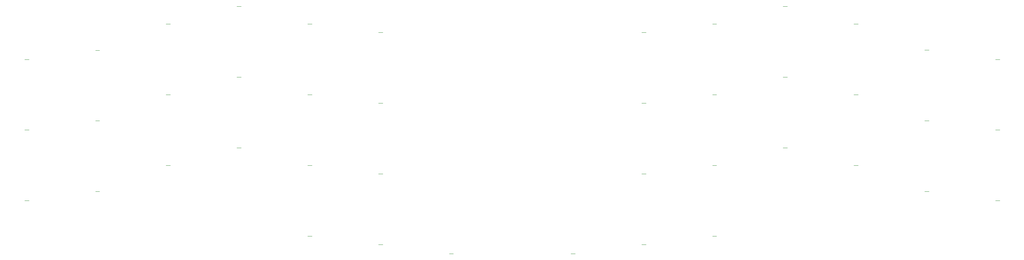
<source format=gbr>
%TF.GenerationSoftware,KiCad,Pcbnew,9.0.1*%
%TF.CreationDate,2025-04-16T23:21:15+03:00*%
%TF.ProjectId,turfing,74757266-696e-4672-9e6b-696361645f70,rev?*%
%TF.SameCoordinates,Original*%
%TF.FileFunction,Legend,Bot*%
%TF.FilePolarity,Positive*%
%FSLAX46Y46*%
G04 Gerber Fmt 4.6, Leading zero omitted, Abs format (unit mm)*
G04 Created by KiCad (PCBNEW 9.0.1) date 2025-04-16 23:21:15*
%MOMM*%
%LPD*%
G01*
G04 APERTURE LIST*
%ADD10C,0.100000*%
G04 APERTURE END LIST*
D10*
%TO.C,D31*%
X222952400Y-86125100D02*
X223952400Y-86125100D01*
%TO.C,D1*%
X108700000Y-71150100D02*
X109700000Y-71150100D01*
%TO.C,D32*%
X239952400Y-92425100D02*
X240952400Y-92425100D01*
%TO.C,D17*%
X40702400Y-109425100D02*
X41702400Y-109425100D01*
%TO.C,D10*%
X57700000Y-86125000D02*
X58700000Y-86125000D01*
%TO.C,D12*%
X23700000Y-94625000D02*
X24700000Y-94625000D01*
%TO.C,D27*%
X256950000Y-77625000D02*
X257950000Y-77625000D01*
%TO.C,D30*%
X205952400Y-81875100D02*
X206952400Y-81875100D01*
%TO.C,D14*%
X91702400Y-103125100D02*
X92702400Y-103125100D01*
%TO.C,D3*%
X74702400Y-64875100D02*
X75702400Y-64875100D01*
%TO.C,D21*%
X91727400Y-120150100D02*
X92727400Y-120150100D01*
%TO.C,D9*%
X74702400Y-81875100D02*
X75702400Y-81875100D01*
%TO.C,D22*%
X171952400Y-71175100D02*
X172952400Y-71175100D01*
%TO.C,D28*%
X171952400Y-88175100D02*
X172952400Y-88175100D01*
%TO.C,D39*%
X256952400Y-111625100D02*
X257952400Y-111625100D01*
%TO.C,D23*%
X188952400Y-69125100D02*
X189952400Y-69125100D01*
%TO.C,D5*%
X40702400Y-75425100D02*
X41702400Y-75425100D01*
%TO.C,D19*%
X125702400Y-124375100D02*
X126702400Y-124375100D01*
%TO.C,D26*%
X239952400Y-75400100D02*
X240952400Y-75400100D01*
%TO.C,D7*%
X108702400Y-88175100D02*
X109702400Y-88175100D01*
%TO.C,D38*%
X239952400Y-109425100D02*
X240952400Y-109425100D01*
%TO.C,D20*%
X108702400Y-122175100D02*
X109702400Y-122175100D01*
%TO.C,D41*%
X171950000Y-122175000D02*
X172950000Y-122175000D01*
%TO.C,D18*%
X23702400Y-111625100D02*
X24702400Y-111625100D01*
%TO.C,D24*%
X205950000Y-64875000D02*
X206950000Y-64875000D01*
%TO.C,D13*%
X108702400Y-105175100D02*
X109702400Y-105175100D01*
%TO.C,D4*%
X57702400Y-69125100D02*
X58702400Y-69125100D01*
%TO.C,D6*%
X23727400Y-77650100D02*
X24727400Y-77650100D01*
%TO.C,D37*%
X222952400Y-103125100D02*
X223952400Y-103125100D01*
%TO.C,D25*%
X222952400Y-69125100D02*
X223952400Y-69125100D01*
%TO.C,D42*%
X188952400Y-120125100D02*
X189952400Y-120125100D01*
%TO.C,D11*%
X40702400Y-92400100D02*
X41702400Y-92400100D01*
%TO.C,D34*%
X171952400Y-105175100D02*
X172952400Y-105175100D01*
%TO.C,D15*%
X74702400Y-98875100D02*
X75702400Y-98875100D01*
%TO.C,D2*%
X91702400Y-69125100D02*
X92702400Y-69125100D01*
%TO.C,D33*%
X256952400Y-94625100D02*
X257952400Y-94625100D01*
%TO.C,D29*%
X188952400Y-86125100D02*
X189952400Y-86125100D01*
%TO.C,D36*%
X205950000Y-98875000D02*
X206950000Y-98875000D01*
%TO.C,D40*%
X154952400Y-124375100D02*
X155952400Y-124375100D01*
%TO.C,D16*%
X57702400Y-103125100D02*
X58702400Y-103125100D01*
%TO.C,D35*%
X188950000Y-103125000D02*
X189950000Y-103125000D01*
%TO.C,D8*%
X91700000Y-86125000D02*
X92700000Y-86125000D01*
%TD*%
M02*

</source>
